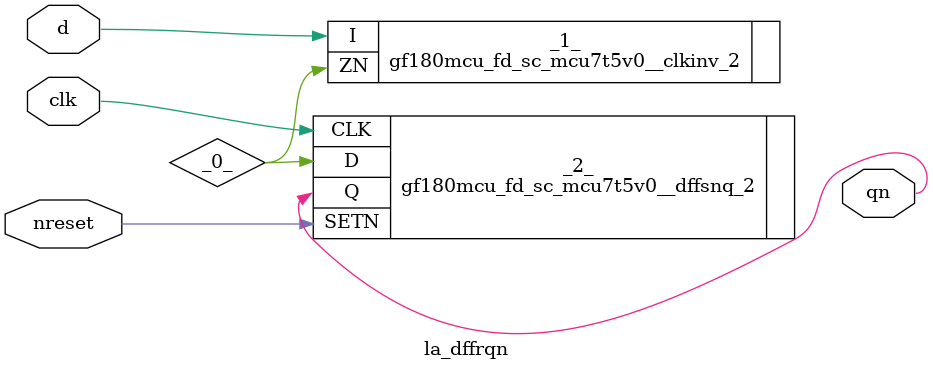
<source format=v>

/* Generated by Yosys 0.44 (git sha1 80ba43d26, g++ 11.4.0-1ubuntu1~22.04 -fPIC -O3) */

(* top =  1  *)
(* src = "inputs/la_dffrqn.v:11.1-24.10" *)
module la_dffrqn (
    d,
    clk,
    nreset,
    qn
);
  (* src = "inputs/la_dffrqn.v:20.5-22.23" *)
  wire _0_;
  (* src = "inputs/la_dffrqn.v:15.16-15.19" *)
  input clk;
  wire clk;
  (* src = "inputs/la_dffrqn.v:14.16-14.17" *)
  input d;
  wire d;
  (* src = "inputs/la_dffrqn.v:16.16-16.22" *)
  input nreset;
  wire nreset;
  (* src = "inputs/la_dffrqn.v:17.16-17.18" *)
  output qn;
  wire qn;
  gf180mcu_fd_sc_mcu7t5v0__clkinv_2 _1_ (
      .I (d),
      .ZN(_0_)
  );
  (* src = "inputs/la_dffrqn.v:20.5-22.23" *)
  gf180mcu_fd_sc_mcu7t5v0__dffsnq_2 _2_ (
      .CLK(clk),
      .D(_0_),
      .Q(qn),
      .SETN(nreset)
  );
endmodule

</source>
